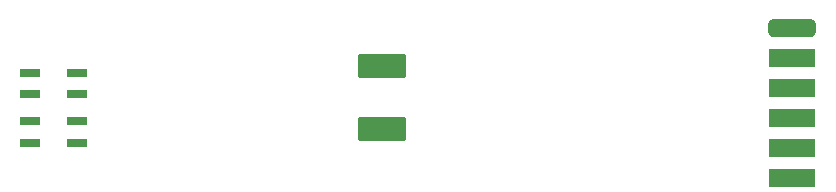
<source format=gbp>
G04*
G04 #@! TF.GenerationSoftware,Altium Limited,Altium Designer,21.4.1 (30)*
G04*
G04 Layer_Color=128*
%FSLAX44Y44*%
%MOMM*%
G71*
G04*
G04 #@! TF.SameCoordinates,5523E053-D3F7-40F0-A5F1-28EA20D3B79C*
G04*
G04*
G04 #@! TF.FilePolarity,Positive*
G04*
G01*
G75*
%ADD86R,4.0000X1.5240*%
G04:AMPARAMS|DCode=87|XSize=1.524mm|YSize=4mm|CornerRadius=0.381mm|HoleSize=0mm|Usage=FLASHONLY|Rotation=270.000|XOffset=0mm|YOffset=0mm|HoleType=Round|Shape=RoundedRectangle|*
%AMROUNDEDRECTD87*
21,1,1.5240,3.2380,0,0,270.0*
21,1,0.7620,4.0000,0,0,270.0*
1,1,0.7620,-1.6190,-0.3810*
1,1,0.7620,-1.6190,0.3810*
1,1,0.7620,1.6190,0.3810*
1,1,0.7620,1.6190,-0.3810*
%
%ADD87ROUNDEDRECTD87*%
%ADD88R,4.0000X1.5240*%
G04:AMPARAMS|DCode=89|XSize=2mm|YSize=4mm|CornerRadius=0.07mm|HoleSize=0mm|Usage=FLASHONLY|Rotation=90.000|XOffset=0mm|YOffset=0mm|HoleType=Round|Shape=RoundedRectangle|*
%AMROUNDEDRECTD89*
21,1,2.0000,3.8600,0,0,90.0*
21,1,1.8600,4.0000,0,0,90.0*
1,1,0.1400,1.9300,0.9300*
1,1,0.1400,1.9300,-0.9300*
1,1,0.1400,-1.9300,-0.9300*
1,1,0.1400,-1.9300,0.9300*
%
%ADD89ROUNDEDRECTD89*%
%ADD90R,1.6510X0.7874*%
D86*
X1351300Y486540D02*
D03*
Y461140D02*
D03*
D87*
Y511940D02*
D03*
D88*
Y435740D02*
D03*
Y410340D02*
D03*
Y384940D02*
D03*
D89*
X1004000Y427100D02*
D03*
Y480300D02*
D03*
D90*
X746000Y474200D02*
D03*
Y456200D02*
D03*
X706000D02*
D03*
Y474200D02*
D03*
X746000Y433300D02*
D03*
Y415300D02*
D03*
X706000D02*
D03*
Y433300D02*
D03*
M02*

</source>
